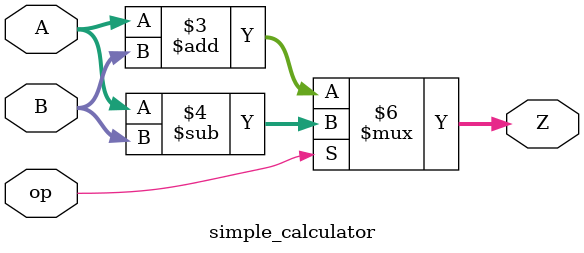
<source format=v>
module simple_calculator(
	input [3:0] A,
	input [3:0] B,
	input op,
	output reg [3:0] Z
);

	always @(*) begin
		if (op == 0) begin
			Z <= A + B;
		end else begin
			Z <= A - B;
		end
	end
	
endmodule
</source>
